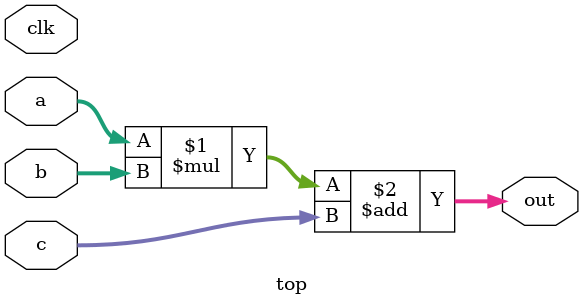
<source format=sv>

(* use_dsp = "yes" *) module top(
	input signed [7:0] a,
	input signed [7:0] b,
	input signed [7:0] c,
	output [7:0] out,
	input clk);

	assign out = (a * b) + c;
endmodule

// CHECK: module top(a, b, c, out);
// CHECK:   DSP48E2 #(
// CHECK: endmodule

</source>
